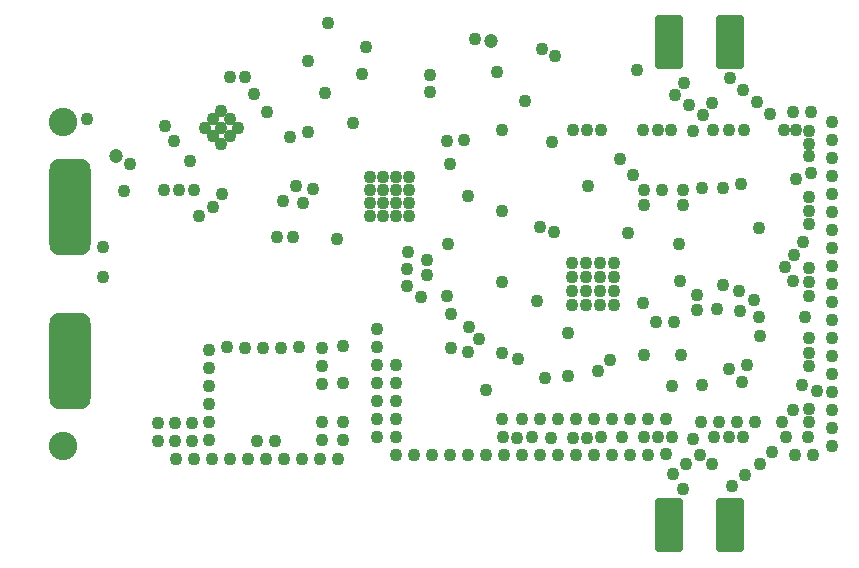
<source format=gbs>
G04 Layer_Color=16711935*
%FSLAX25Y25*%
%MOIN*%
G70*
G01*
G75*
%ADD201C,0.09494*%
G04:AMPARAMS|DCode=202|XSize=90.55mil|YSize=177.16mil|CornerRadius=6.3mil|HoleSize=0mil|Usage=FLASHONLY|Rotation=180.000|XOffset=0mil|YOffset=0mil|HoleType=Round|Shape=RoundedRectangle|*
%AMROUNDEDRECTD202*
21,1,0.09055,0.16457,0,0,180.0*
21,1,0.07795,0.17716,0,0,180.0*
1,1,0.01260,-0.03898,0.08228*
1,1,0.01260,0.03898,0.08228*
1,1,0.01260,0.03898,-0.08228*
1,1,0.01260,-0.03898,-0.08228*
%
%ADD202ROUNDEDRECTD202*%
G04:AMPARAMS|DCode=203|XSize=137.92mil|YSize=322.96mil|CornerRadius=36.48mil|HoleSize=0mil|Usage=FLASHONLY|Rotation=0.000|XOffset=0mil|YOffset=0mil|HoleType=Round|Shape=RoundedRectangle|*
%AMROUNDEDRECTD203*
21,1,0.13792,0.25000,0,0,0.0*
21,1,0.06496,0.32296,0,0,0.0*
1,1,0.07296,0.03248,-0.12500*
1,1,0.07296,-0.03248,-0.12500*
1,1,0.07296,-0.03248,0.12500*
1,1,0.07296,0.03248,0.12500*
%
%ADD203ROUNDEDRECTD203*%
%ADD204C,0.04300*%
%ADD205C,0.04740*%
D201*
X6400Y54100D02*
D03*
Y-54100D02*
D03*
D202*
X228836Y80513D02*
D03*
X208364D02*
D03*
Y-80513D02*
D03*
X228836D02*
D03*
D203*
X8700Y-25591D02*
D03*
Y25591D02*
D03*
D204*
X141400Y-22700D02*
D03*
X135700Y-21500D02*
D03*
X145200Y-18300D02*
D03*
X152791Y-23010D02*
D03*
X158100Y-25000D02*
D03*
X19700Y2400D02*
D03*
X14500Y54900D02*
D03*
X28700Y40100D02*
D03*
X88000Y74400D02*
D03*
X140200Y47800D02*
D03*
X170500Y75800D02*
D03*
X166000Y78300D02*
D03*
X84100Y32700D02*
D03*
X89800Y31600D02*
D03*
X86300Y27100D02*
D03*
X19700Y12400D02*
D03*
X83050Y15700D02*
D03*
X79600Y27700D02*
D03*
X77700Y15500D02*
D03*
X121500Y10500D02*
D03*
X165300Y18800D02*
D03*
X141400Y29400D02*
D03*
X62000Y69000D02*
D03*
X70200Y63300D02*
D03*
X59200Y46532D02*
D03*
X56416Y49316D02*
D03*
X53632Y52100D02*
D03*
X59200Y52100D02*
D03*
X56416Y54884D02*
D03*
X64768Y52100D02*
D03*
X61984Y54884D02*
D03*
X59200Y57668D02*
D03*
X61984Y49316D02*
D03*
X67000Y69000D02*
D03*
X106200Y69900D02*
D03*
X160300Y60900D02*
D03*
X151000Y70700D02*
D03*
X197800Y71300D02*
D03*
X143700Y81700D02*
D03*
X107400Y79100D02*
D03*
X128600Y64000D02*
D03*
X212000Y900D02*
D03*
X204000Y-12800D02*
D03*
X192200Y41700D02*
D03*
X164500Y-5700D02*
D03*
X88200Y50500D02*
D03*
X135300Y40000D02*
D03*
X134400Y47600D02*
D03*
X127600Y3000D02*
D03*
X152780Y24295D02*
D03*
X134400Y-4000D02*
D03*
X135700Y-10200D02*
D03*
X141800Y-14400D02*
D03*
X121200Y-800D02*
D03*
X125700Y-4500D02*
D03*
X188700Y-25400D02*
D03*
X252600Y-33800D02*
D03*
X250671Y35000D02*
D03*
X232600Y-32600D02*
D03*
X147500Y-35293D02*
D03*
X211900Y13400D02*
D03*
X152800Y617D02*
D03*
X152800Y51200D02*
D03*
X169300Y47300D02*
D03*
X174630Y-30550D02*
D03*
X97700Y14800D02*
D03*
X181031Y51185D02*
D03*
X204661Y51207D02*
D03*
X228275D02*
D03*
X255200Y51100D02*
D03*
X255175Y24348D02*
D03*
X255194Y670D02*
D03*
X255186Y-22957D02*
D03*
X254900Y-51000D02*
D03*
X228268Y-51196D02*
D03*
X204653D02*
D03*
X153000Y-51000D02*
D03*
X181023Y-51218D02*
D03*
X103000Y53500D02*
D03*
X184700Y-29200D02*
D03*
X181500Y32500D02*
D03*
X232334Y33234D02*
D03*
X196500Y36400D02*
D03*
X219300Y-33800D02*
D03*
X213200Y-68400D02*
D03*
X194700Y17000D02*
D03*
X167100Y-31300D02*
D03*
X210100Y-12600D02*
D03*
X199600Y-6500D02*
D03*
X121654Y22575D02*
D03*
Y26905D02*
D03*
Y31236D02*
D03*
Y35567D02*
D03*
X117323D02*
D03*
Y31236D02*
D03*
Y26905D02*
D03*
Y22575D02*
D03*
X112993D02*
D03*
Y26905D02*
D03*
Y31236D02*
D03*
Y35567D02*
D03*
X108662D02*
D03*
Y31236D02*
D03*
Y26905D02*
D03*
Y22575D02*
D03*
X238300Y18700D02*
D03*
X247200Y5500D02*
D03*
X226500Y32100D02*
D03*
X219500D02*
D03*
X213000Y26300D02*
D03*
X200000Y26400D02*
D03*
X213000Y31400D02*
D03*
X206100D02*
D03*
X200000D02*
D03*
X226400Y-400D02*
D03*
X231900Y-2400D02*
D03*
X236800Y-5500D02*
D03*
X238300Y-11000D02*
D03*
X238600Y-17400D02*
D03*
X232000Y-8900D02*
D03*
X224400Y-8400D02*
D03*
X217900Y-8600D02*
D03*
X217800Y-3600D02*
D03*
X250200Y9700D02*
D03*
X253200Y13900D02*
D03*
X249800Y900D02*
D03*
X253600Y-11000D02*
D03*
X234300Y-27200D02*
D03*
X228300Y-28500D02*
D03*
X200000Y-23700D02*
D03*
X212400D02*
D03*
X249900Y-42000D02*
D03*
X246200Y-46000D02*
D03*
X222900Y-60200D02*
D03*
X214200D02*
D03*
X209700Y-63500D02*
D03*
X218700Y-57100D02*
D03*
X219100Y-46100D02*
D03*
X225100Y-46000D02*
D03*
X231100D02*
D03*
X237100Y-46200D02*
D03*
X174600Y-16300D02*
D03*
X222600Y60400D02*
D03*
X219800Y56200D02*
D03*
X215100Y59500D02*
D03*
X233900Y-63800D02*
D03*
X229400Y-67300D02*
D03*
X44100Y-58400D02*
D03*
X50100D02*
D03*
X56100D02*
D03*
X62100D02*
D03*
X68100D02*
D03*
X74100D02*
D03*
X80100D02*
D03*
X86100D02*
D03*
X92100D02*
D03*
X98100D02*
D03*
X117300Y-56900D02*
D03*
X123300D02*
D03*
X129300D02*
D03*
X135300D02*
D03*
X141300D02*
D03*
X147300D02*
D03*
X153300D02*
D03*
X159300D02*
D03*
X165300D02*
D03*
X111200Y-14900D02*
D03*
Y-20900D02*
D03*
Y-26900D02*
D03*
Y-32900D02*
D03*
Y-38900D02*
D03*
Y-44900D02*
D03*
Y-50900D02*
D03*
X117400Y-51000D02*
D03*
Y-45000D02*
D03*
Y-39000D02*
D03*
Y-33000D02*
D03*
Y-27000D02*
D03*
X92800Y-52000D02*
D03*
Y-46000D02*
D03*
Y-27400D02*
D03*
Y-21400D02*
D03*
X55100Y-21900D02*
D03*
Y-27900D02*
D03*
Y-33900D02*
D03*
Y-39900D02*
D03*
Y-45900D02*
D03*
Y-51900D02*
D03*
X99800Y-46000D02*
D03*
Y-52000D02*
D03*
X85100Y-21100D02*
D03*
X79100Y-21400D02*
D03*
X73100D02*
D03*
X61100Y-21100D02*
D03*
X67100Y-21400D02*
D03*
X92800Y-33400D02*
D03*
X49500Y-52300D02*
D03*
Y-46300D02*
D03*
X43900Y-52300D02*
D03*
Y-46300D02*
D03*
X99800Y-33200D02*
D03*
Y-20600D02*
D03*
X207300Y-56800D02*
D03*
X201300Y-56900D02*
D03*
X195300D02*
D03*
X189300D02*
D03*
X183300D02*
D03*
X177300D02*
D03*
X171300D02*
D03*
X213400Y67100D02*
D03*
X210400Y62800D02*
D03*
X238700Y-59900D02*
D03*
X242600Y-56100D02*
D03*
X228667Y68519D02*
D03*
X233226Y64550D02*
D03*
X242128Y56676D02*
D03*
X237900Y60500D02*
D03*
X262800Y-54000D02*
D03*
Y-48000D02*
D03*
Y-42000D02*
D03*
Y-36000D02*
D03*
Y-30000D02*
D03*
Y-24000D02*
D03*
Y-18000D02*
D03*
Y-12000D02*
D03*
Y-6000D02*
D03*
Y0D02*
D03*
Y6000D02*
D03*
Y12000D02*
D03*
Y18000D02*
D03*
Y24000D02*
D03*
Y30000D02*
D03*
Y36000D02*
D03*
Y42000D02*
D03*
Y48000D02*
D03*
Y54000D02*
D03*
X250300Y-57200D02*
D03*
X256300D02*
D03*
X249800Y57200D02*
D03*
X255800D02*
D03*
X159300Y-45000D02*
D03*
X165300D02*
D03*
X171300D02*
D03*
X177300D02*
D03*
X183300D02*
D03*
X189300D02*
D03*
X195300D02*
D03*
X201300D02*
D03*
X207300D02*
D03*
X169100Y-51300D02*
D03*
X192800Y-51200D02*
D03*
X216500Y-51600D02*
D03*
X216400Y51000D02*
D03*
X209200Y51200D02*
D03*
X223100D02*
D03*
X233400D02*
D03*
X246600Y51300D02*
D03*
X250782Y51199D02*
D03*
X199900Y51300D02*
D03*
X247500Y-51200D02*
D03*
X233000D02*
D03*
X223500D02*
D03*
X209300D02*
D03*
X200100D02*
D03*
X185800D02*
D03*
X176300Y-51300D02*
D03*
X162800Y-51200D02*
D03*
X157903Y-51220D02*
D03*
X185700Y51200D02*
D03*
X152900Y-45100D02*
D03*
X255207Y-46137D02*
D03*
X176400Y51200D02*
D03*
X255200Y19900D02*
D03*
Y29100D02*
D03*
X255196Y46791D02*
D03*
X255200Y42600D02*
D03*
Y5400D02*
D03*
Y-4100D02*
D03*
Y-18200D02*
D03*
Y-27500D02*
D03*
Y-41600D02*
D03*
X257700Y-35700D02*
D03*
X77000Y-52500D02*
D03*
X71000D02*
D03*
X38000Y-46500D02*
D03*
Y-52500D02*
D03*
X209500Y-34000D02*
D03*
X128700Y69700D02*
D03*
X255600Y36800D02*
D03*
X176013Y-2362D02*
D03*
X180738Y-7087D02*
D03*
X190187Y7087D02*
D03*
X180738D02*
D03*
X185462D02*
D03*
X180738Y-2362D02*
D03*
X176013Y-7087D02*
D03*
Y2362D02*
D03*
Y7087D02*
D03*
X190187Y2362D02*
D03*
X185462D02*
D03*
X180738D02*
D03*
X185462Y-2362D02*
D03*
X190187D02*
D03*
Y-7087D02*
D03*
X185462D02*
D03*
X93700Y63500D02*
D03*
X59400Y29900D02*
D03*
X26900Y31000D02*
D03*
X40100Y31200D02*
D03*
X45200D02*
D03*
X50200Y31300D02*
D03*
X51700Y22500D02*
D03*
X56500Y25700D02*
D03*
X94800Y87000D02*
D03*
X82000Y48900D02*
D03*
X74500Y57300D02*
D03*
X121200Y4900D02*
D03*
X127900Y8100D02*
D03*
X134800Y13200D02*
D03*
X170200Y17400D02*
D03*
X48600Y40800D02*
D03*
X43400Y47700D02*
D03*
X40300Y52700D02*
D03*
D205*
X149000Y81100D02*
D03*
X24100Y42500D02*
D03*
M02*

</source>
